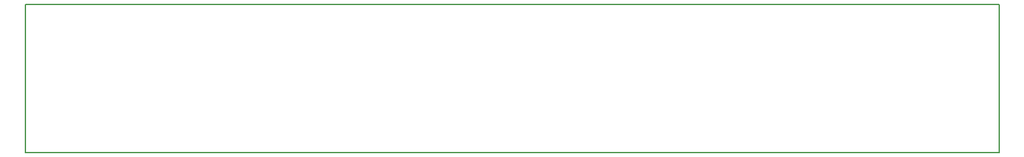
<source format=gm1>
G04 MADE WITH FRITZING*
G04 WWW.FRITZING.ORG*
G04 DOUBLE SIDED*
G04 HOLES PLATED*
G04 CONTOUR ON CENTER OF CONTOUR VECTOR*
%ASAXBY*%
%FSLAX23Y23*%
%MOIN*%
%OFA0B0*%
%SFA1.0B1.0*%
%ADD10R,5.118120X0.787402*%
%ADD11C,0.008000*%
%ADD10C,0.008*%
%LNCONTOUR*%
G90*
G70*
G54D10*
G54D11*
X4Y783D02*
X5114Y783D01*
X5114Y4D01*
X4Y4D01*
X4Y783D01*
D02*
G04 End of contour*
M02*
</source>
